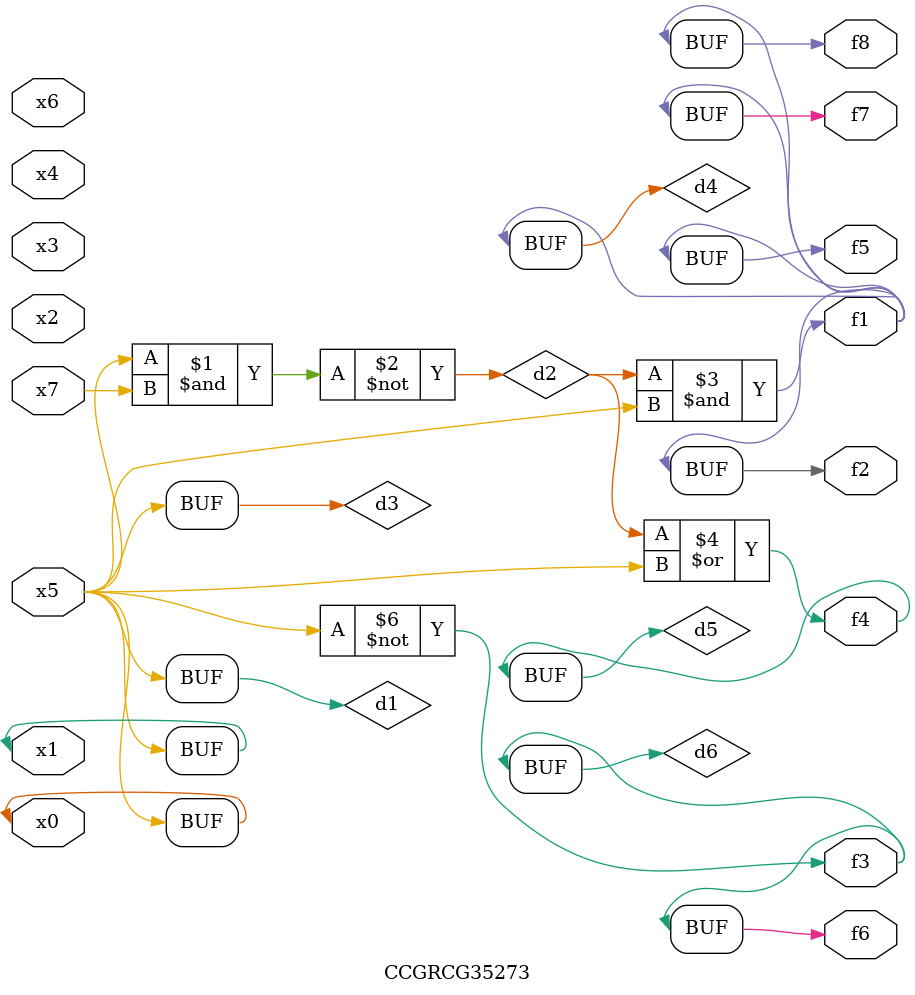
<source format=v>
module CCGRCG35273(
	input x0, x1, x2, x3, x4, x5, x6, x7,
	output f1, f2, f3, f4, f5, f6, f7, f8
);

	wire d1, d2, d3, d4, d5, d6;

	buf (d1, x0, x5);
	nand (d2, x5, x7);
	buf (d3, x0, x1);
	and (d4, d2, d3);
	or (d5, d2, d3);
	nor (d6, d1, d3);
	assign f1 = d4;
	assign f2 = d4;
	assign f3 = d6;
	assign f4 = d5;
	assign f5 = d4;
	assign f6 = d6;
	assign f7 = d4;
	assign f8 = d4;
endmodule

</source>
